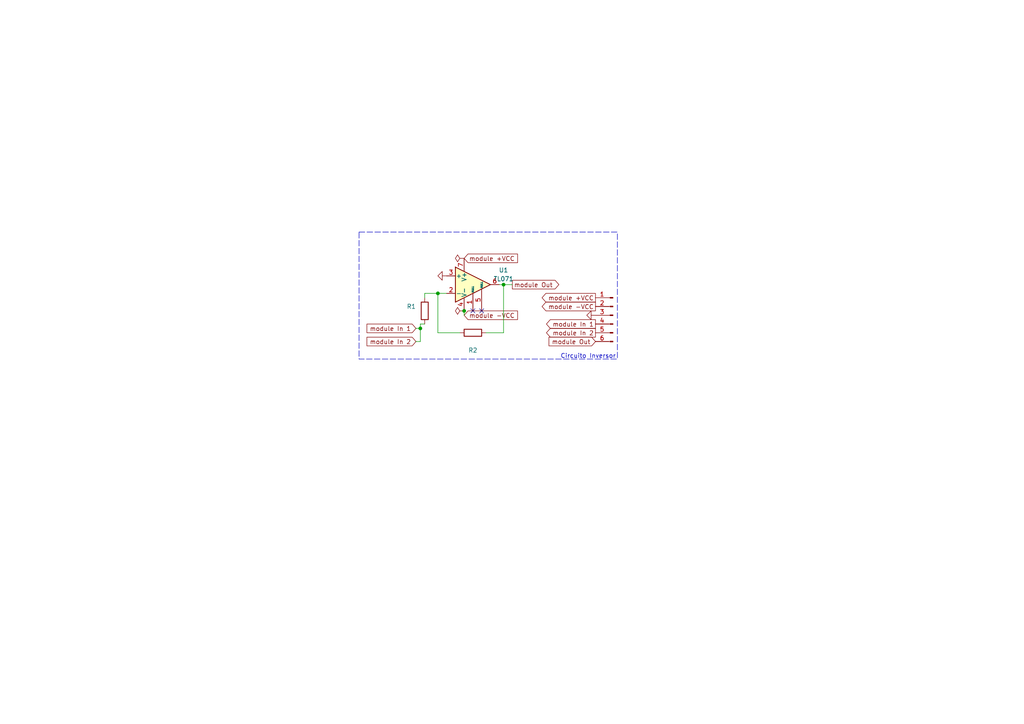
<source format=kicad_sch>
(kicad_sch (version 20230121) (generator eeschema)
  (paper "A4")
  (lib_symbols
    (symbol "Amplifier_Operational:TL071" (pin_names (offset 0.127))
      (property "Reference" "U" (at 0 6.35 0))
      (property "Value" "TL071" (at 0 3.81 0))
      (symbol "TL071_0_1"
        (polyline (pts (xy -5.08 5.08) (xy 5.08 0) (xy -5.08 -5.08) (xy -5.08 5.08)) (stroke (width 0.254)) (fill (type background)))
      )
      (symbol "TL071_1_1"
        (pin input line (at 0 -7.62 90) (length 5.08) (name "NULL") (number "1"))
        (pin input line (at -7.62 -2.54 0) (length 2.54) (name "-") (number "2"))
        (pin input line (at -7.62 2.54 0) (length 2.54) (name "+") (number "3"))
        (pin power_in line (at -2.54 -7.62 90) (length 3.81) (name "V-") (number "4"))
        (pin input line (at 2.54 -7.62 90) (length 6.35) (name "NULL") (number "5"))
        (pin output line (at 7.62 0 180) (length 2.54) (name "~") (number "6"))
        (pin power_in line (at -2.54 7.62 270) (length 3.81) (name "V+") (number "7"))
        (pin no_connect line (at 0 2.54 270) (length 2.54) hide (name "NC") (number "8"))
      )
    )
    (symbol "Connector:Conn_01x06_Pin" (pin_names (offset 1.016) hide)
      (property "Reference" "J" (at 0 7.62 0))
      (property "Value" "Conn_01x06_Pin" (at 0 -10.16 0))
      (symbol "Conn_01x06_Pin_1_1"
        (polyline (pts (xy 1.27 -7.62) (xy 0.8636 -7.62)) (stroke (width 0.1524)))
        (polyline (pts (xy 1.27 -5.08) (xy 0.8636 -5.08)) (stroke (width 0.1524)))
        (polyline (pts (xy 1.27 -2.54) (xy 0.8636 -2.54)) (stroke (width 0.1524)))
        (polyline (pts (xy 1.27 0) (xy 0.8636 0)) (stroke (width 0.1524)))
        (polyline (pts (xy 1.27 2.54) (xy 0.8636 2.54)) (stroke (width 0.1524)))
        (polyline (pts (xy 1.27 5.08) (xy 0.8636 5.08)) (stroke (width 0.1524)))
        (rectangle (start 0.8636 -7.493) (end 0 -7.747) (stroke (width 0.1524)) (fill (type outline)))
        (rectangle (start 0.8636 -4.953) (end 0 -5.207) (stroke (width 0.1524)) (fill (type outline)))
        (rectangle (start 0.8636 -2.413) (end 0 -2.667) (stroke (width 0.1524)) (fill (type outline)))
        (rectangle (start 0.8636 0.127) (end 0 -0.127) (stroke (width 0.1524)) (fill (type outline)))
        (rectangle (start 0.8636 2.667) (end 0 2.413) (stroke (width 0.1524)) (fill (type outline)))
        (rectangle (start 0.8636 5.207) (end 0 4.953) (stroke (width 0.1524)) (fill (type outline)))
        (pin passive line (at 5.08 5.08 180) (length 3.81) (name "Pin_1") (number "1"))
        (pin passive line (at 5.08 2.54 180) (length 3.81) (name "Pin_2") (number "2"))
        (pin passive line (at 5.08 0 180) (length 3.81) (name "Pin_3") (number "3"))
        (pin passive line (at 5.08 -2.54 180) (length 3.81) (name "Pin_4") (number "4"))
        (pin passive line (at 5.08 -5.08 180) (length 3.81) (name "Pin_5") (number "5"))
        (pin passive line (at 5.08 -7.62 180) (length 3.81) (name "Pin_6") (number "6"))
      )
    )
    (symbol "Device:R" (pin_numbers hide) (pin_names (offset 0))
      (property "Reference" "R" (at 2.032 0 90))
      (property "Value" "R" (at 0 0 90))
      (symbol "R_0_1"
        (rectangle (start -1.016 2.54) (end 1.016 -2.54) (stroke (width 0.254)))
      )
      (symbol "R_1_1"
        (pin passive line (at 0 3.81 270) (length 1.27) (name "~") (number "1"))
        (pin passive line (at 0 -3.81 90) (length 1.27) (name "~") (number "2"))
      )
    )
    (symbol "power:GND" (power) (pin_names (offset 0))
      (property "Value" "GND" (at 0 -3.81 0))
      (symbol "GND_0_1"
        (polyline (pts (xy 0 0) (xy 0 -1.27) (xy 1.27 -1.27) (xy 0 -2.54) (xy -1.27 -1.27) (xy 0 -1.27)))
      )
      (symbol "GND_1_1"
        (pin power_in line (at 0 0 270) (length 0) hide (name "GND") (number "1"))
      )
    )
    (symbol "power:PWR_FLAG" (power) (pin_numbers hide) (pin_names (offset 0) hide)
      (property "Value" "PWR_FLAG" (at 0 3.81 0))
      (symbol "PWR_FLAG_0_0"
        (pin power_out line (at 0 0 90) (length 0) (name "pwr") (number "1"))
      )
      (symbol "PWR_FLAG_0_1"
        (polyline (pts (xy 0 0) (xy 0 1.27) (xy -1.016 1.905) (xy 0 2.54) (xy 1.016 1.905) (xy 0 1.27)))
      )
    )
  )
  (junction (at 121.92 95.25))
  (junction (at 127 85.09))
  (junction (at 134.62 90.17))
  (junction (at 146.05 82.55))
  (no_connect (at 137.16 90.17))
  (no_connect (at 139.7 90.17))
  (wire (pts (xy 121.92 93.98) (xy 121.92 95.25)))
  (wire (pts (xy 140.97 96.52) (xy 146.05 96.52)))
  (wire (pts (xy 120.65 95.25) (xy 121.92 95.25)))
  (wire (pts (xy 121.92 93.98) (xy 123.19 93.98)))
  (wire (pts (xy 146.05 82.55) (xy 148.59 82.55)))
  (wire (pts (xy 127 96.52) (xy 133.35 96.52)))
  (wire (pts (xy 146.05 96.52) (xy 146.05 82.55)))
  (wire (pts (xy 120.65 99.06) (xy 121.92 99.06)))
  (wire (pts (xy 127 85.09) (xy 127 96.52)))
  (wire (pts (xy 146.05 82.55) (xy 144.78 82.55)))
  (wire (pts (xy 121.92 99.06) (xy 121.92 95.25)))
  (wire (pts (xy 134.62 91.44) (xy 134.62 90.17)))
  (wire (pts (xy 123.19 86.36) (xy 123.19 85.09)))
  (wire (pts (xy 123.19 85.09) (xy 127 85.09)))
  (wire (pts (xy 129.54 85.09) (xy 127 85.09)))
  (rectangle (start 104.14 67.31) (end 179.07 104.14) (stroke (width 0) (type dash)))
  (text "Circuito Inversor" (at 162.56 104.14 0) (effects (font (size 1.27 1.27)) (justify left bottom)))
  (global_label "module In 2" (shape input) (at 120.65 99.06 180) (property "Intersheetrefs" "${INTERSHEET_REFS}" (effects hide)))
  (global_label "module -VCC" (shape input) (at 134.62 91.44 0) (property "Intersheetrefs" "${INTERSHEET_REFS}" (effects hide)))
  (global_label "module Out" (shape input) (at 172.72 99.06 180) (property "Intersheetrefs" "${INTERSHEET_REFS}" (effects hide)))
  (global_label "module In 2" (shape output) (at 172.72 96.52 180) (property "Intersheetrefs" "${INTERSHEET_REFS}" (effects hide)))
  (global_label "module In 1" (shape input) (at 120.65 95.25 180) (property "Intersheetrefs" "${INTERSHEET_REFS}" (effects hide)))
  (global_label "module Out" (shape output) (at 148.59 82.55 0) (property "Intersheetrefs" "${INTERSHEET_REFS}" (effects hide)))
  (global_label "module -VCC" (shape output) (at 172.72 88.9 180) (property "Intersheetrefs" "${INTERSHEET_REFS}" (effects hide)))
  (global_label "module +VCC" (shape output) (at 172.72 86.36 180) (property "Intersheetrefs" "${INTERSHEET_REFS}" (effects hide)))
  (global_label "module In 1" (shape output) (at 172.72 93.98 180) (property "Intersheetrefs" "${INTERSHEET_REFS}" (effects hide)))
  (global_label "module +VCC" (shape input) (at 134.62 74.93 0) (property "Intersheetrefs" "${INTERSHEET_REFS}" (effects hide)))
  (symbol (lib_id "power:GND") (at 172.72 91.44 270) (unit 1)
    (property "Reference" "#PWR02" (effects hide))
    (property "Value" "GND" (effects hide))
  )
  (symbol (lib_id "power:GND") (at 129.54 80.01 270) (unit 1)
    (property "Reference" "#PWR01" (effects hide))
    (property "Value" "GND" (effects hide))
  )
  (symbol (lib_id "power:PWR_FLAG") (at 134.62 74.93 90) (unit 1)
    (property "Reference" "#FLG01" (effects hide))
    (property "Value" "PWR_FLAG" (effects hide))
  )
  (symbol (lib_id "power:PWR_FLAG") (at 134.62 90.17 90) (unit 1)
    (property "Reference" "#FLG02" (effects hide))
    (property "Value" "PWR_FLAG" (effects hide))
  )
  (symbol (lib_id "Device:R") (at 137.16 96.52 270) (unit 1)
    (property "Reference" "R2" (at 137.16 101.6 90))
    (property "Value" "R" (effects hide))
    (property "Footprint" "Resistor_THT:R_Axial_DIN0207_L6.3mm_D2.5mm_P7.62mm_Horizontal" (effects hide))
  )
  (symbol (lib_id "Device:R") (at 123.19 90.17 0) (mirror y) (unit 1)
    (property "Reference" "R1" (at 120.65 88.9 0) (effects (justify left)))
    (property "Value" "R" (effects hide))
    (property "Footprint" "Resistor_THT:R_Axial_DIN0207_L6.3mm_D2.5mm_P7.62mm_Horizontal" (effects hide))
  )
  (symbol (lib_id "Connector:Conn_01x06_Pin") (at 177.8 91.44 0) (mirror y) (unit 1)
    (property "Reference" "J1" (effects hide))
    (property "Value" "Conn_01x06_Pin" (effects hide))
    (property "Footprint" "Connector_PinHeader_2.54mm:PinHeader_1x06_P2.54mm_Vertical" (effects hide))
  )
  (symbol (lib_id "Amplifier_Operational:TL071") (at 137.16 82.55 0) (unit 1)
    (property "Reference" "U1" (at 146.05 78.3591 0))
    (property "Value" "TL071" (at 146.05 80.8991 0))
    (property "Footprint" "Package_DIP:DIP-8_W7.62mm_Socket" (effects hide))
    (property "Datasheet" "http://www.ti.com/lit/ds/symlink/tl071.pdf" (effects hide))
  )
)
</source>
